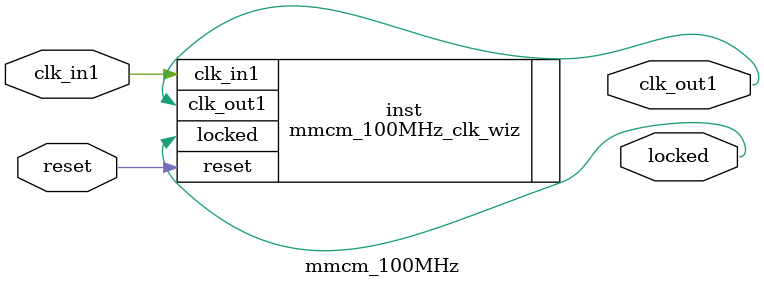
<source format=v>


`timescale 1ps/1ps

(* CORE_GENERATION_INFO = "mmcm_100MHz,clk_wiz_v6_0_11_0_0,{component_name=mmcm_100MHz,use_phase_alignment=true,use_min_o_jitter=false,use_max_i_jitter=false,use_dyn_phase_shift=false,use_inclk_switchover=false,use_dyn_reconfig=false,enable_axi=0,feedback_source=FDBK_AUTO,PRIMITIVE=MMCM,num_out_clk=1,clkin1_period=83.333,clkin2_period=10.0,use_power_down=false,use_reset=true,use_locked=true,use_inclk_stopped=false,feedback_type=SINGLE,CLOCK_MGR_TYPE=NA,manual_override=false}" *)

module mmcm_100MHz 
 (
  // Clock out ports
  output        clk_out1,
  // Status and control signals
  input         reset,
  output        locked,
 // Clock in ports
  input         clk_in1
 );

  mmcm_100MHz_clk_wiz inst
  (
  // Clock out ports  
  .clk_out1(clk_out1),
  // Status and control signals               
  .reset(reset), 
  .locked(locked),
 // Clock in ports
  .clk_in1(clk_in1)
  );

endmodule

</source>
